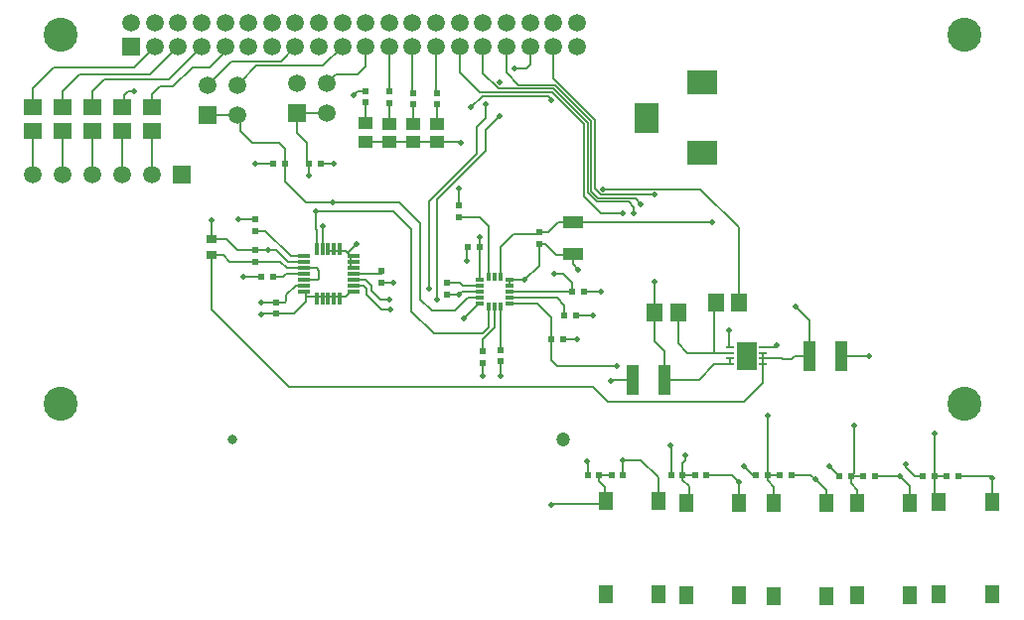
<source format=gtl>
G04 Layer_Physical_Order=1*
G04 Layer_Color=255*
%FSLAX24Y24*%
%MOIN*%
G70*
G01*
G75*
%ADD10R,0.0276X0.0098*%
%ADD11R,0.0650X0.0937*%
%ADD12R,0.0236X0.0197*%
%ADD13R,0.0512X0.0394*%
%ADD14R,0.0197X0.0236*%
%ADD15R,0.0591X0.0551*%
%ADD16R,0.0433X0.1024*%
%ADD17R,0.0118X0.0315*%
%ADD18R,0.0315X0.0118*%
%ADD19R,0.0669X0.0433*%
%ADD20R,0.0354X0.0315*%
%ADD21R,0.0394X0.0118*%
%ADD22R,0.0118X0.0394*%
%ADD23R,0.0551X0.0591*%
%ADD24R,0.0512X0.0610*%
%ADD25C,0.0060*%
%ADD26C,0.1142*%
%ADD27R,0.0787X0.1024*%
%ADD28R,0.1024X0.0787*%
%ADD29C,0.0472*%
%ADD30C,0.0315*%
%ADD31C,0.0591*%
%ADD32R,0.0591X0.0591*%
%ADD33C,0.0197*%
D10*
X25151Y8605D02*
D03*
Y8802D02*
D03*
Y8998D02*
D03*
Y9195D02*
D03*
X24049Y8605D02*
D03*
Y8802D02*
D03*
Y8998D02*
D03*
Y9195D02*
D03*
D11*
X24600Y8900D02*
D03*
D12*
X9903Y15350D02*
D03*
X10297D02*
D03*
X9100Y15350D02*
D03*
X8706D02*
D03*
X22053Y4900D02*
D03*
X22447D02*
D03*
X23247Y4900D02*
D03*
X22853D02*
D03*
X19256Y4900D02*
D03*
X19650D02*
D03*
X20450D02*
D03*
X20056D02*
D03*
X26097Y4900D02*
D03*
X25703Y4900D02*
D03*
X24903Y4900D02*
D03*
X25297D02*
D03*
X27703Y4850D02*
D03*
X28097D02*
D03*
X28897Y4850D02*
D03*
X28503D02*
D03*
X30500Y4850D02*
D03*
X30894D02*
D03*
X31694Y4850D02*
D03*
X31300D02*
D03*
X15233Y12550D02*
D03*
X15627D02*
D03*
X18427Y9450D02*
D03*
X18033D02*
D03*
X18486Y10250D02*
D03*
X18880D02*
D03*
X19124Y11050D02*
D03*
X18730D02*
D03*
X8697Y11550D02*
D03*
X8303D02*
D03*
D13*
X14200Y16070D02*
D03*
Y16700D02*
D03*
X13400Y16070D02*
D03*
Y16700D02*
D03*
X12600Y16070D02*
D03*
Y16700D02*
D03*
X11800Y16085D02*
D03*
Y16715D02*
D03*
D14*
X14200Y17338D02*
D03*
Y17732D02*
D03*
X13400Y17338D02*
D03*
Y17732D02*
D03*
X12600Y17388D02*
D03*
Y17782D02*
D03*
X14530Y11347D02*
D03*
Y10953D02*
D03*
X16330Y9100D02*
D03*
Y8706D02*
D03*
X15730Y9047D02*
D03*
Y8653D02*
D03*
X17630Y12650D02*
D03*
Y13044D02*
D03*
X14930Y13944D02*
D03*
Y13550D02*
D03*
X8100Y12447D02*
D03*
Y12053D02*
D03*
X8100Y13100D02*
D03*
Y13494D02*
D03*
X12350Y11350D02*
D03*
Y11744D02*
D03*
X11800Y17403D02*
D03*
Y17797D02*
D03*
X8800Y10303D02*
D03*
Y10697D02*
D03*
D15*
X4650Y16456D02*
D03*
Y17244D02*
D03*
X3650Y16456D02*
D03*
Y17244D02*
D03*
X2650Y16456D02*
D03*
Y17244D02*
D03*
X1650Y16456D02*
D03*
Y17244D02*
D03*
X650Y16456D02*
D03*
Y17244D02*
D03*
D16*
X26718Y8900D02*
D03*
X27782D02*
D03*
X21832Y8100D02*
D03*
X20768D02*
D03*
D17*
X15933Y11542D02*
D03*
X16130D02*
D03*
X16327D02*
D03*
Y10558D02*
D03*
X16130D02*
D03*
X15933D02*
D03*
D18*
X16622Y11444D02*
D03*
Y11247D02*
D03*
Y11050D02*
D03*
Y10853D02*
D03*
Y10656D02*
D03*
X15638D02*
D03*
Y10853D02*
D03*
Y11050D02*
D03*
Y11247D02*
D03*
Y11444D02*
D03*
D19*
X18780Y13382D02*
D03*
Y12319D02*
D03*
D20*
X6650Y12274D02*
D03*
Y12826D02*
D03*
D21*
X11396Y12241D02*
D03*
Y11847D02*
D03*
Y11453D02*
D03*
Y11256D02*
D03*
Y11059D02*
D03*
Y11650D02*
D03*
X9723Y12044D02*
D03*
Y11650D02*
D03*
Y11453D02*
D03*
Y11256D02*
D03*
Y11059D02*
D03*
Y11847D02*
D03*
X11396Y12044D02*
D03*
X9723Y12241D02*
D03*
D22*
X10944Y12496D02*
D03*
X10747D02*
D03*
X10944Y10804D02*
D03*
X10747D02*
D03*
X10550D02*
D03*
X10156Y12496D02*
D03*
X10353D02*
D03*
X10550D02*
D03*
X10156Y10804D02*
D03*
X10353D02*
D03*
D23*
X22294Y10350D02*
D03*
X21506D02*
D03*
X23556Y10700D02*
D03*
X24344D02*
D03*
D24*
X31050Y4000D02*
D03*
X32822D02*
D03*
X31050Y870D02*
D03*
X32822D02*
D03*
X28314Y3965D02*
D03*
X30086D02*
D03*
X28314Y835D02*
D03*
X30086D02*
D03*
X25500Y3950D02*
D03*
X27272D02*
D03*
X25500Y820D02*
D03*
X27272D02*
D03*
X22564Y3965D02*
D03*
X24336D02*
D03*
X22564Y835D02*
D03*
X24336D02*
D03*
X19864Y4015D02*
D03*
X21636D02*
D03*
X19864Y885D02*
D03*
X21636D02*
D03*
D25*
X17920Y17630D02*
X18050Y17500D01*
X15621Y17750D02*
X18066D01*
X18106Y17880D02*
X19260Y16726D01*
X16254Y17880D02*
X18106D01*
X15748Y18385D02*
X16254Y17880D01*
X19380Y14420D02*
Y16776D01*
X18156Y18000D02*
X19380Y16776D01*
X16950Y18000D02*
X18156D01*
X16535Y18415D02*
X16950Y18000D01*
X19500Y14517D02*
X19705Y14312D01*
X19500Y14517D02*
Y16826D01*
X18110Y18215D02*
X19500Y16826D01*
X19608Y14192D02*
X20858D01*
X20628Y14072D02*
X20800Y13900D01*
X19559Y14072D02*
X20628D01*
X19260Y14370D02*
X19559Y14072D01*
X18066Y17750D02*
X19140Y16676D01*
X19705Y14312D02*
X21500D01*
X19380Y14420D02*
X19608Y14192D01*
X20858D02*
X21050Y14000D01*
X19260Y14370D02*
Y16726D01*
X28200Y4953D02*
Y6550D01*
X28100Y4853D02*
X28200Y4953D01*
X3700Y17344D02*
X3800Y17244D01*
X18110Y18215D02*
Y19291D01*
X7500Y17000D02*
X7600D01*
X6700D02*
X7500D01*
X6600Y17100D02*
X6700Y17000D01*
X7600Y16450D02*
Y17000D01*
X9099Y14751D02*
Y15851D01*
X6000Y18600D02*
X6555D01*
X4650Y17244D02*
X4744D01*
X5208Y18200D02*
X6299Y19291D01*
X3050Y18200D02*
X5208D01*
X6555Y18600D02*
X7087Y19132D01*
X6500Y18000D02*
X7300Y18800D01*
X8957D01*
X3850Y17800D02*
X4050D01*
X3700Y17650D02*
X3850Y17800D01*
X3700Y17344D02*
Y17650D01*
X7250Y12050D02*
X8950D01*
X9802Y11453D02*
X10203D01*
X10250Y11500D01*
Y11750D01*
X10153Y11847D02*
X10250Y11750D01*
X9802Y11847D02*
X10153D01*
X25150Y8604D02*
X25151Y8605D01*
Y8802D01*
Y8998D01*
X22600Y9000D02*
X23512D01*
X24047D01*
X23512D02*
Y10655D01*
X24000Y9244D02*
X24049Y9195D01*
X24000Y9244D02*
Y9750D01*
X24049Y8605D02*
Y8802D01*
X30894Y4850D02*
X31300D01*
X30900Y4856D02*
Y6300D01*
X28100Y4850D02*
X28503D01*
X28097D02*
X28100D01*
Y4753D02*
Y4850D01*
X25300Y4900D02*
X25703D01*
X25297D02*
X25300D01*
Y4903D02*
Y6900D01*
Y4803D02*
Y4900D01*
X23512Y10655D02*
X23556Y10700D01*
X25545Y9195D02*
X25600Y9250D01*
X25151Y9195D02*
X25545D01*
X15627Y12550D02*
Y12877D01*
X15933Y11542D02*
Y13247D01*
X15630Y13550D02*
X15933Y13247D01*
X19650Y4900D02*
X20056D01*
X19850Y4029D02*
X19864Y4015D01*
X19850Y4029D02*
Y4500D01*
X22447Y4900D02*
X22447Y4900D01*
X22853D01*
X25297Y4900D02*
X25297Y4900D01*
X28097Y4850D02*
X28097Y4850D01*
X30894Y4850D02*
X30894Y4850D01*
X20800Y13700D02*
Y13900D01*
X13950Y11150D02*
Y14070D01*
X13650Y10800D02*
Y13350D01*
Y10800D02*
X14030Y10420D01*
X14200Y10800D02*
Y14150D01*
X13950Y14070D02*
X15550Y15670D01*
Y16600D01*
X14200Y14150D02*
X15850Y15800D01*
Y16500D01*
X15550Y16600D02*
X15850Y16900D01*
Y17350D01*
X15730Y17630D02*
X17920D01*
X15350Y17250D02*
X15730Y17630D01*
X15850Y16500D02*
X16300Y16950D01*
X15748Y18385D02*
Y19291D01*
X8097Y12450D02*
X8100Y12447D01*
X7500Y12450D02*
X8097D01*
X7124Y12826D02*
X7500Y12450D01*
X6650Y12826D02*
X7124D01*
X18762Y12300D02*
X18780Y12319D01*
X18200Y12300D02*
X18762D01*
X17850Y12650D02*
X18200Y12300D01*
X17630Y12650D02*
X17850D01*
X15627Y11455D02*
X15638Y11444D01*
X15627Y11455D02*
Y12550D01*
X15200Y12100D02*
Y12517D01*
X15233Y12550D01*
X14930Y13944D02*
Y14530D01*
X14961Y18411D02*
X15621Y17750D01*
X14961Y18411D02*
Y19291D01*
X27782Y8900D02*
X28700D01*
X18780Y11970D02*
X18950Y11800D01*
X18780Y11970D02*
Y12319D01*
X17144Y11444D02*
X17630Y11930D01*
Y12650D01*
X16622Y11444D02*
X17144D01*
X16622Y11247D02*
Y11444D01*
X15100Y10150D02*
X15606Y10656D01*
X15638D01*
X14530Y10953D02*
X14533Y10950D01*
X14950D01*
X15050Y11050D01*
X15638D01*
X24797Y9097D02*
X24895Y9195D01*
X24305D02*
X24403Y9097D01*
X20050Y8050D02*
X20100Y8100D01*
X20768D01*
X27353Y5200D02*
X27703Y4850D01*
X24500Y5200D02*
X24800Y4900D01*
X24903D01*
X32772Y4850D02*
X32822Y4800D01*
X31694Y4850D02*
X32772D01*
X32822Y4000D02*
Y4800D01*
X22050Y5900D02*
X22053Y5897D01*
Y4900D02*
Y5897D01*
X30086Y3965D02*
Y4514D01*
X29750Y4850D02*
X30086Y4514D01*
X28897Y4850D02*
X29750D01*
X26750Y4900D02*
X26900Y4750D01*
X26097Y4900D02*
X26750D01*
X26900Y4750D02*
X27272Y4378D01*
Y3950D02*
Y4378D01*
X24100Y4900D02*
X24350Y4650D01*
X23247Y4900D02*
X24100D01*
X24336Y4636D02*
X24350Y4650D01*
X24336Y3965D02*
Y4636D01*
X21636Y4015D02*
Y4814D01*
X21050Y5400D02*
X21636Y4814D01*
X20450Y5400D02*
X21050D01*
X20450Y4900D02*
Y5400D01*
X19250Y5350D02*
X19256Y5344D01*
Y4900D02*
Y5344D01*
X18780Y13382D02*
X23431D01*
X17630Y13044D02*
X17924D01*
X18261Y13382D02*
X18780D01*
X17924Y13044D02*
X18261Y13382D01*
X25150Y8000D02*
Y8604D01*
X24500Y7350D02*
X25150Y8000D01*
X19950Y7350D02*
X24500D01*
X19450Y7850D02*
X19950Y7350D01*
X9250Y7850D02*
X19450D01*
X6650Y10450D02*
X9250Y7850D01*
X6650Y10450D02*
Y12274D01*
X26718Y8900D02*
Y10094D01*
X26250Y10563D02*
X26718Y10094D01*
X9150Y11650D02*
X9802D01*
X9050Y11550D02*
X9150Y11650D01*
X8697Y11550D02*
X9050D01*
X21832Y8100D02*
Y9068D01*
X21506Y9394D02*
X21832Y9068D01*
X21506Y9394D02*
Y10350D01*
X22400Y8100D02*
X22400Y8100D01*
X23000D01*
X23505Y8605D01*
X24049D01*
X30894Y4850D02*
X30900Y4856D01*
X28097Y4850D02*
X28100Y4853D01*
X25297Y4900D02*
X25300Y4903D01*
X21500Y10356D02*
X21506Y10350D01*
X21500Y10356D02*
Y11400D01*
X19784Y14500D02*
X23050D01*
X16535Y18415D02*
Y19291D01*
X18236Y8550D02*
X20250D01*
X18430Y11650D02*
X18730Y11350D01*
X18150Y11650D02*
X18430D01*
X24344Y10700D02*
Y13206D01*
X23050Y14500D02*
X24344Y13206D01*
X22447Y4900D02*
Y5297D01*
X22550Y5400D01*
Y5550D01*
X18050Y3900D02*
X18065Y3915D01*
X18486Y10250D02*
Y10594D01*
X18227Y10853D02*
X18486Y10594D01*
X16622Y10853D02*
X18227D01*
X16327Y11542D02*
Y12547D01*
X16780Y13000D01*
X17586D01*
X17630Y13044D01*
X14530Y11347D02*
X14980D01*
X15080Y11247D01*
X15638D01*
X16330Y9100D02*
Y10555D01*
X16327Y10558D02*
X16330Y10555D01*
X15730Y9047D02*
Y9450D01*
X16130Y9850D01*
Y10558D01*
X15930Y11545D02*
X15933Y11542D01*
X16622Y11050D02*
X18730D01*
X16622Y10656D02*
X16628Y10650D01*
X17580D01*
X18033Y10197D01*
Y9450D02*
Y10197D01*
X14930Y13550D02*
X15630D01*
X15233Y10853D02*
X15638D01*
X15933Y9853D02*
Y10558D01*
X18730Y11050D02*
Y11350D01*
X18033Y8753D02*
Y9450D01*
Y8753D02*
X18236Y8550D01*
X6650Y12274D02*
X7026D01*
X11318Y11650D02*
X11321Y11647D01*
X25151Y8802D02*
X25798D01*
X26200Y8900D02*
X26718D01*
X26100Y8800D02*
X26200Y8900D01*
X25800Y8800D02*
X26100D01*
X25798Y8802D02*
X25800Y8800D01*
X22294Y9306D02*
Y10350D01*
Y9306D02*
X22600Y9000D01*
X24047D02*
X24049Y8998D01*
X21832Y8100D02*
X22400D01*
X30894Y4156D02*
Y4850D01*
Y4156D02*
X31050Y4000D01*
X28097Y4603D02*
Y4850D01*
Y4603D02*
X28314Y4386D01*
Y3965D02*
Y4386D01*
Y3965D02*
X28400Y4051D01*
X25297Y4703D02*
Y4900D01*
Y4703D02*
X25500Y4500D01*
Y3950D02*
Y4500D01*
X22447Y4731D02*
Y4900D01*
Y4731D02*
X22664Y4514D01*
X19650Y4700D02*
Y4900D01*
Y4700D02*
X19850Y4500D01*
X22664Y4065D02*
Y4514D01*
X22564Y3965D02*
X22664Y4065D01*
X650Y15000D02*
Y16456D01*
X1650Y15000D02*
Y16456D01*
X2650Y15000D02*
Y16456D01*
X12598Y17783D02*
Y19291D01*
Y17783D02*
X12600Y17782D01*
Y16700D02*
Y17388D01*
Y16700D02*
X12600Y16700D01*
X13386Y17746D02*
Y19291D01*
Y17746D02*
X13400Y17732D01*
Y16700D02*
Y17338D01*
Y16700D02*
X13400Y16700D01*
X14173Y17759D02*
Y19291D01*
Y17759D02*
X14200Y17732D01*
X14200Y16700D02*
Y17338D01*
X14200Y17338D02*
X14200Y17338D01*
X11800Y16715D02*
Y17403D01*
X11800Y17403D02*
X11800Y17403D01*
X3650Y15000D02*
Y16456D01*
X4650Y15000D02*
Y16456D01*
X10156Y12418D02*
Y13144D01*
X10150Y13150D02*
X10156Y13144D01*
X14800Y10420D02*
X15233Y10853D01*
X10353Y12418D02*
Y13253D01*
X15730Y9650D02*
X15933Y9853D01*
X14100Y9650D02*
X15730D01*
X13350Y10400D02*
X14100Y9650D01*
X13350Y10400D02*
Y13150D01*
X12750Y13750D02*
X13350Y13150D01*
X14030Y10420D02*
X14800D01*
X12950Y14050D02*
X13650Y13350D01*
X10700Y14050D02*
X12950D01*
X9456Y11256D02*
X9802D01*
X9150Y10950D02*
X9456Y11256D01*
X9150Y10750D02*
Y10950D01*
X9097Y10697D02*
X9150Y10750D01*
X8800Y10697D02*
X9097D01*
X8303D02*
X8800D01*
X8300Y10700D02*
X8303Y10697D01*
X8303Y10303D02*
X8800D01*
X8300Y10300D02*
X8303Y10303D01*
X8800D02*
X9403D01*
X9802Y10702D01*
X10156Y10882D02*
X10353D01*
X10550D01*
X10747D01*
X10944D01*
X9834D02*
X10156D01*
X9802Y10850D02*
X9834Y10882D01*
X9802Y10702D02*
Y10850D01*
Y11059D01*
X6650Y12826D02*
Y13450D01*
X6650Y13450D01*
X8100Y12447D02*
X8547D01*
X8550Y12450D01*
X7556Y13494D02*
X8100D01*
X7550Y13500D02*
X7556Y13494D01*
X7700Y11550D02*
X8303D01*
X7700Y11550D02*
X7700Y11550D01*
X9153Y11847D02*
X9802D01*
X7026Y12274D02*
X7250Y12050D01*
X8950D02*
X9153Y11847D01*
X8100Y13100D02*
X8450D01*
X9309Y12241D01*
X9802D01*
X10150Y13150D02*
Y13750D01*
X12750D01*
X10944Y10882D02*
X11141D01*
X11318Y11059D01*
X9206Y12044D02*
X9802D01*
X8800Y12450D02*
X9206Y12044D01*
X8550Y12450D02*
X8800D01*
X10550Y12418D02*
X10747D01*
X10944D01*
X11141D01*
X11318Y12044D02*
Y12241D01*
Y11847D02*
Y12044D01*
X11200Y12358D02*
X11492Y12650D01*
X11141Y12418D02*
X11200Y12358D01*
X11318Y12241D01*
X15730Y8230D02*
Y8653D01*
X16330Y8220D02*
Y8706D01*
X18427Y9450D02*
X18900D01*
X18900Y9450D01*
X18880Y10250D02*
X19450D01*
X19124Y11050D02*
X19700D01*
X11800Y16085D02*
X12585D01*
X12600Y16070D01*
X13400D01*
X14200D01*
X14970D01*
X14990Y16050D01*
X17323Y18673D02*
Y19291D01*
X17200Y18550D02*
X17323Y18673D01*
X16800Y18550D02*
X17200D01*
X10500Y18050D02*
X10800Y18350D01*
X11550D01*
X11811Y18611D01*
Y19291D01*
X10382Y18650D02*
X11024Y19291D01*
X8150Y18650D02*
X10382D01*
X7600Y18100D02*
X8150Y18650D01*
X9449Y19249D02*
Y19291D01*
X9500Y16400D02*
Y17050D01*
Y16400D02*
X9850Y16050D01*
Y15403D02*
Y16050D01*
Y15403D02*
X9903Y15350D01*
X7600Y16450D02*
X8000Y16050D01*
X8900D01*
X9099Y15851D01*
X10297Y15350D02*
X10297Y15350D01*
X10750D01*
X8100D02*
X8706D01*
X9800Y14050D02*
X10700D01*
X9099Y14751D02*
X9800Y14050D01*
X9903Y14953D02*
Y15350D01*
X9900Y14950D02*
X9903Y14953D01*
X11547Y17797D02*
X11800D01*
X11400Y17650D02*
X11547Y17797D01*
X7087Y19132D02*
Y19291D01*
X2650Y17244D02*
Y17800D01*
X3050Y18200D01*
X1650Y17244D02*
Y17800D01*
X2200Y18350D01*
X4570D01*
X5512Y19291D01*
X650Y17244D02*
Y17900D01*
X1350Y18600D01*
X4033D01*
X4724Y19291D01*
X9500Y17050D02*
X10500D01*
X29950Y5150D02*
Y5250D01*
Y5150D02*
X30250Y4850D01*
X30500D01*
X12300Y10800D02*
X12600D01*
X11318Y11453D02*
X11797D01*
X8957Y18800D02*
X9449Y19291D01*
X12350Y10450D02*
X12650D01*
X11321Y11647D02*
X12350D01*
X12350Y11350D02*
X12750D01*
X19700Y13700D02*
X20450D01*
X19140Y14260D02*
Y16676D01*
Y14260D02*
X19700Y13700D01*
X4650Y17244D02*
Y17700D01*
X4900Y17950D01*
X5350D01*
X6000Y18600D01*
X11797Y11453D02*
X12000Y11250D01*
Y11100D02*
Y11250D01*
Y11100D02*
X12300Y10800D01*
X11318Y11256D02*
X11744D01*
X11850Y11150D01*
Y10950D02*
Y11150D01*
Y10950D02*
X12350Y10450D01*
X28100Y4850D02*
Y4853D01*
X25300Y4900D02*
Y4903D01*
X18065Y3915D02*
X19864D01*
D26*
X1575Y7283D02*
D03*
Y19685D02*
D03*
X31890D02*
D03*
Y7283D02*
D03*
D27*
X21250Y16900D02*
D03*
D28*
X23100Y18081D02*
D03*
Y15719D02*
D03*
D29*
X18445Y6083D02*
D03*
D30*
X7343D02*
D03*
D31*
X18898Y20079D02*
D03*
Y19291D02*
D03*
X18110Y20079D02*
D03*
Y19291D02*
D03*
X17323Y20079D02*
D03*
Y19291D02*
D03*
X16535Y20079D02*
D03*
Y19291D02*
D03*
X15748Y20079D02*
D03*
Y19291D02*
D03*
X14961Y20079D02*
D03*
Y19291D02*
D03*
X14173Y20079D02*
D03*
Y19291D02*
D03*
X13386Y20079D02*
D03*
Y19291D02*
D03*
X12598Y20079D02*
D03*
Y19291D02*
D03*
X11811Y20079D02*
D03*
Y19291D02*
D03*
X11024Y20079D02*
D03*
Y19291D02*
D03*
X10236Y20079D02*
D03*
Y19291D02*
D03*
X9449Y20079D02*
D03*
Y19291D02*
D03*
X8661Y20079D02*
D03*
Y19291D02*
D03*
X7874Y20079D02*
D03*
Y19291D02*
D03*
X7087Y20079D02*
D03*
Y19291D02*
D03*
X6299Y20079D02*
D03*
Y19291D02*
D03*
X5512Y20079D02*
D03*
Y19291D02*
D03*
X4724Y20079D02*
D03*
Y19291D02*
D03*
X3937Y20079D02*
D03*
X4650Y15000D02*
D03*
X3650D02*
D03*
X2650D02*
D03*
X1650D02*
D03*
X650D02*
D03*
X9500Y18050D02*
D03*
X10500Y17050D02*
D03*
Y18050D02*
D03*
X6500Y18000D02*
D03*
X7500Y17000D02*
D03*
Y18000D02*
D03*
D32*
X3937Y19291D02*
D03*
X5650Y15000D02*
D03*
X9500Y17050D02*
D03*
X6500Y17000D02*
D03*
D33*
X18050Y17500D02*
D03*
X21500Y14312D02*
D03*
X20450Y13700D02*
D03*
X28200Y6550D02*
D03*
X16300Y18100D02*
D03*
X24797Y8703D02*
D03*
X24403D02*
D03*
X24797Y9097D02*
D03*
X24403D02*
D03*
X24000Y9750D02*
D03*
X25600Y9250D02*
D03*
X15627Y12877D02*
D03*
X20800Y13700D02*
D03*
X12600Y10800D02*
D03*
X12650Y10450D02*
D03*
X14200Y10800D02*
D03*
X13950Y11150D02*
D03*
X15850Y17350D02*
D03*
X16300Y16950D02*
D03*
X15200Y12100D02*
D03*
X14930Y14530D02*
D03*
X28700Y8900D02*
D03*
X18950Y11800D02*
D03*
X17144Y11444D02*
D03*
X15100Y10150D02*
D03*
X14950Y10950D02*
D03*
X20050Y8050D02*
D03*
X27353Y5200D02*
D03*
X24500D02*
D03*
X32822Y4800D02*
D03*
X22050Y5900D02*
D03*
X29750Y4850D02*
D03*
X26900Y4750D02*
D03*
X24350Y4650D02*
D03*
X20450Y5400D02*
D03*
X19250Y5350D02*
D03*
X26250Y10563D02*
D03*
X23431Y13382D02*
D03*
X15350Y17250D02*
D03*
X30900Y6300D02*
D03*
X25300Y6900D02*
D03*
X21050Y14000D02*
D03*
X21500Y11400D02*
D03*
X19784Y14500D02*
D03*
X20250Y8550D02*
D03*
X18150Y11650D02*
D03*
X22550Y5550D02*
D03*
X18050Y3900D02*
D03*
X10353Y13253D02*
D03*
X10700Y14050D02*
D03*
X8300Y10700D02*
D03*
Y10300D02*
D03*
X6650Y13450D02*
D03*
X8550Y12450D02*
D03*
X7550Y13500D02*
D03*
X7700Y11550D02*
D03*
X10150Y13750D02*
D03*
X11492Y12650D02*
D03*
X15730Y8230D02*
D03*
X16330Y8220D02*
D03*
X18900Y9450D02*
D03*
X19450Y10250D02*
D03*
X19700Y11050D02*
D03*
X14990Y16050D02*
D03*
X16800Y18550D02*
D03*
X10750Y15350D02*
D03*
X8100D02*
D03*
X9900Y14950D02*
D03*
X11400Y17650D02*
D03*
X29950Y5250D02*
D03*
X4050Y17800D02*
D03*
X12750Y11350D02*
D03*
M02*

</source>
